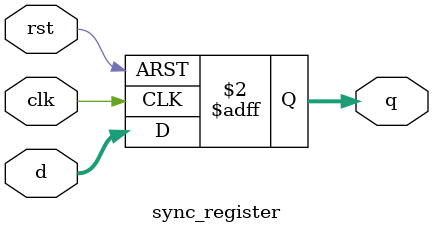
<source format=sv>

module shift_bidir_sync #(parameter WIDTH = 16) (
    input wire clk,
    input wire rst,
    input wire dir,  // 0:left, 1:right
    input wire [WIDTH-1:0] din,
    output wire [WIDTH-1:0] dout
);

    // Internal signal for shifted data
    wire [WIDTH-1:0] shifted_data;
    // Internal signal for output register
    wire [WIDTH-1:0] reg_out;

    // Shift Logic Submodule Instance
    shift_logic #(.WIDTH(WIDTH)) u_shift_logic (
        .shift_dir(dir),
        .data_in(din),
        .data_out(shifted_data)
    );

    // Output Register Submodule Instance
    sync_register #(.WIDTH(WIDTH)) u_sync_register (
        .clk(clk),
        .rst(rst),
        .d(shifted_data),
        .q(reg_out)
    );

    assign dout = reg_out;

endmodule

// -----------------------------------------------------------------------------
// Submodule: shift_logic
// Function: Performs a one-bit left or right shift based on the direction input
// -----------------------------------------------------------------------------
module shift_logic #(parameter WIDTH = 16) (
    input wire shift_dir,                // 0:left, 1:right
    input wire [WIDTH-1:0] data_in,
    output wire [WIDTH-1:0] data_out
);
    assign data_out = shift_dir ? (data_in >> 1) : (data_in << 1);
endmodule

// -----------------------------------------------------------------------------
// Submodule: sync_register
// Function: Synchronous register with asynchronous reset
// -----------------------------------------------------------------------------
module sync_register #(parameter WIDTH = 16) (
    input wire clk,
    input wire rst,
    input wire [WIDTH-1:0] d,
    output reg [WIDTH-1:0] q
);
    always @(posedge clk or posedge rst) begin
        if (rst) begin
            q <= {WIDTH{1'b0}};
        end else begin
            q <= d;
        end
    end
endmodule
</source>
